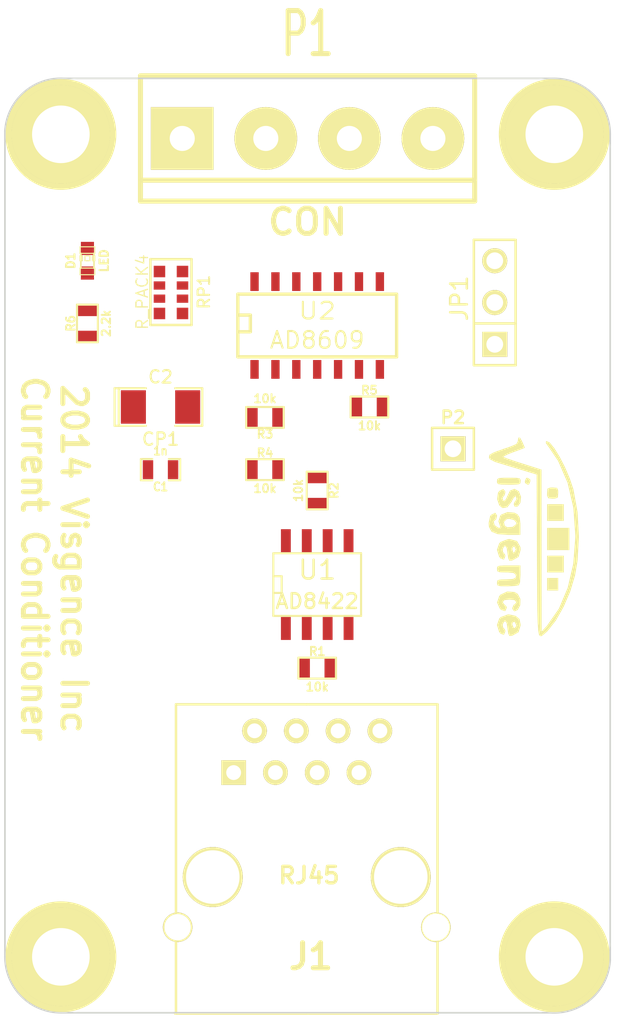
<source format=kicad_pcb>
(kicad_pcb (version 3) (host pcbnew "(2013-07-07 BZR 4022)-stable")

  (general
    (links 36)
    (no_connects 36)
    (area 38.749999 33.949999 75.650001 90.850001)
    (thickness 1.6)
    (drawings 10)
    (tracks 0)
    (zones 0)
    (modules 21)
    (nets 17)
  )

  (page A4)
  (layers
    (15 F.Cu signal)
    (0 B.Cu signal)
    (16 B.Adhes user)
    (17 F.Adhes user)
    (18 B.Paste user)
    (19 F.Paste user)
    (20 B.SilkS user)
    (21 F.SilkS user)
    (22 B.Mask user)
    (23 F.Mask user)
    (24 Dwgs.User user)
    (25 Cmts.User user)
    (26 Eco1.User user)
    (27 Eco2.User user)
    (28 Edge.Cuts user)
  )

  (setup
    (last_trace_width 0.508)
    (trace_clearance 0.254)
    (zone_clearance 0.762)
    (zone_45_only no)
    (trace_min 0.254)
    (segment_width 0.2)
    (edge_width 0.1)
    (via_size 0.889)
    (via_drill 0.635)
    (via_min_size 0.889)
    (via_min_drill 0.508)
    (uvia_size 0.508)
    (uvia_drill 0.127)
    (uvias_allowed no)
    (uvia_min_size 0.508)
    (uvia_min_drill 0.127)
    (pcb_text_width 0.3)
    (pcb_text_size 1.5 1.5)
    (mod_edge_width 0.15)
    (mod_text_size 1 1)
    (mod_text_width 0.15)
    (pad_size 6 6)
    (pad_drill 3.5)
    (pad_to_mask_clearance 0)
    (aux_axis_origin 0 0)
    (visible_elements 7FFFFB7F)
    (pcbplotparams
      (layerselection 283148289)
      (usegerberextensions true)
      (excludeedgelayer false)
      (linewidth 0.150000)
      (plotframeref false)
      (viasonmask false)
      (mode 1)
      (useauxorigin false)
      (hpglpennumber 1)
      (hpglpenspeed 20)
      (hpglpendiameter 15)
      (hpglpenoverlay 2)
      (psnegative false)
      (psa4output false)
      (plotreference true)
      (plotvalue true)
      (plotothertext true)
      (plotinvisibletext false)
      (padsonsilk false)
      (subtractmaskfromsilk true)
      (outputformat 1)
      (mirror false)
      (drillshape 0)
      (scaleselection 1)
      (outputdirectory gerber))
  )

  (net 0 "")
  (net 1 +5V)
  (net 2 AREF)
  (net 3 GND)
  (net 4 N-000001)
  (net 5 N-000002)
  (net 6 N-000009)
  (net 7 N-000014)
  (net 8 N-000015)
  (net 9 N-000017)
  (net 10 N-000023)
  (net 11 N-000024)
  (net 12 N-000025)
  (net 13 N-000026)
  (net 14 N-000027)
  (net 15 out)
  (net 16 vgnd)

  (net_class Default "This is the default net class."
    (clearance 0.254)
    (trace_width 0.508)
    (via_dia 0.889)
    (via_drill 0.635)
    (uvia_dia 0.508)
    (uvia_drill 0.127)
    (add_net "")
    (add_net +5V)
    (add_net AREF)
    (add_net GND)
    (add_net N-000001)
    (add_net N-000002)
    (add_net N-000009)
    (add_net N-000014)
    (add_net N-000015)
    (add_net N-000017)
    (add_net N-000023)
    (add_net N-000024)
    (add_net N-000025)
    (add_net N-000026)
    (add_net N-000027)
    (add_net out)
    (add_net vgnd)
  )

  (module visgence_parts:1pin_C (layer F.Cu) (tedit 531FEC64) (tstamp 53794E7F)
    (at 72.2 37.4)
    (descr "module 1 pin (ou trou mecanique de percage)")
    (tags DEV)
    (path 1pin)
    (fp_text reference h2 (at 0 -3.048) (layer F.SilkS) hide
      (effects (font (size 1.016 1.016) (thickness 0.254)))
    )
    (fp_text value pin (at 0 2.794) (layer F.SilkS) hide
      (effects (font (size 1.016 1.016) (thickness 0.254)))
    )
    (fp_circle (center 0 0) (end 3.175 0.2286) (layer F.SilkS) (width 0.381))
    (pad 1 thru_hole circle (at 0 0) (size 6 6) (drill 3.5)
      (layers *.Cu *.Mask F.SilkS)
    )
  )

  (module visgence_parts:1pin_C (layer F.Cu) (tedit 531FEC5B) (tstamp 53794E6A)
    (at 42.2 37.4)
    (descr "module 1 pin (ou trou mecanique de percage)")
    (tags DEV)
    (path 1pin)
    (fp_text reference h1 (at 0 -3.048) (layer F.SilkS) hide
      (effects (font (size 1.016 1.016) (thickness 0.254)))
    )
    (fp_text value pin (at 0 2.794) (layer F.SilkS) hide
      (effects (font (size 1.016 1.016) (thickness 0.254)))
    )
    (fp_circle (center 0 0) (end 3.175 0.2286) (layer F.SilkS) (width 0.381))
    (pad 1 thru_hole circle (at 0 0) (size 6 6) (drill 3.5)
      (layers *.Cu *.Mask F.SilkS)
    )
  )

  (module visgence_parts:1pin_C (layer F.Cu) (tedit 531FEC78) (tstamp 53794E71)
    (at 72.2 87.4)
    (descr "module 1 pin (ou trou mecanique de percage)")
    (tags DEV)
    (path 1pin)
    (fp_text reference h4 (at 0 -3.048) (layer F.SilkS) hide
      (effects (font (size 1.016 1.016) (thickness 0.254)))
    )
    (fp_text value pin (at 0 2.794) (layer F.SilkS) hide
      (effects (font (size 1.016 1.016) (thickness 0.254)))
    )
    (fp_circle (center 0 0) (end 3.175 0.2286) (layer F.SilkS) (width 0.381))
    (pad 1 thru_hole circle (at 0 0) (size 6 6) (drill 3.5)
      (layers *.Cu *.Mask F.SilkS)
    )
  )

  (module visgence_parts:1pin_C (layer F.Cu) (tedit 531FEC6C) (tstamp 53794E78)
    (at 42.2 87.4)
    (descr "module 1 pin (ou trou mecanique de percage)")
    (tags DEV)
    (path 1pin)
    (fp_text reference h3 (at 0 -3.048) (layer F.SilkS) hide
      (effects (font (size 1.016 1.016) (thickness 0.254)))
    )
    (fp_text value pin (at 0 2.794) (layer F.SilkS) hide
      (effects (font (size 1.016 1.016) (thickness 0.254)))
    )
    (fp_circle (center 0 0) (end 3.175 0.2286) (layer F.SilkS) (width 0.381))
    (pad 1 thru_hole circle (at 0 0) (size 6 6) (drill 3.5)
      (layers *.Cu *.Mask F.SilkS)
    )
  )

  (module visgence_parts:LOGO (layer F.Cu) (tedit 516D6A74) (tstamp 53794EAC)
    (at 71 62 270)
    (fp_text reference G*** (at 0 3.63982 270) (layer F.SilkS) hide
      (effects (font (size 1.524 1.524) (thickness 0.3048)))
    )
    (fp_text value LOGO (at 0 -3.63982 270) (layer F.SilkS) hide
      (effects (font (size 1.524 1.524) (thickness 0.3048)))
    )
    (fp_poly (pts (xy -4.96824 2.77622) (xy -4.8514 2.72288) (xy -4.6863 2.41046) (xy -4.59486 2.11328)
      (xy -3.91668 -0.127) (xy 1.0033 -0.14732) (xy 2.46126 -0.15494) (xy 3.60934 -0.16002)
      (xy 4.4831 -0.17272) (xy 5.1181 -0.1905) (xy 5.54482 -0.22098) (xy 5.79628 -0.26416)
      (xy 5.9055 -0.32766) (xy 5.9055 -0.41402) (xy 5.8293 -0.52578) (xy 5.70738 -0.66802)
      (xy 5.59054 -0.79502) (xy 4.9657 -1.28778) (xy 4.13004 -1.76276) (xy 3.18262 -2.1717)
      (xy 2.21488 -2.46126) (xy 1.31826 -2.61366) (xy -0.1397 -2.69494) (xy -1.63068 -2.61366)
      (xy -2.99212 -2.36728) (xy -3.04038 -2.35458) (xy -3.69316 -2.13614) (xy -4.37134 -1.84658)
      (xy -5.0038 -1.52146) (xy -5.5245 -1.19888) (xy -5.86486 -0.91948) (xy -5.9563 -0.71882)
      (xy -5.94614 -0.6985) (xy -5.83184 -0.6858) (xy -5.55752 -0.88138) (xy -4.74726 -1.43002)
      (xy -3.42392 -2.00406) (xy -1.89992 -2.35966) (xy -0.21082 -2.47904) (xy -0.10668 -2.47904)
      (xy 1.4986 -2.35458) (xy 2.96164 -2.01676) (xy 4.2291 -1.48336) (xy 5.25272 -0.76962)
      (xy 5.62864 -0.42926) (xy -4.22148 -0.42164) (xy -4.58216 0.72136) (xy -4.76504 1.28524)
      (xy -4.90982 1.7018) (xy -4.98856 1.88468) (xy -5.01396 1.87706) (xy -5.12826 1.66878)
      (xy -5.28574 1.27) (xy -5.3467 1.09474) (xy -5.48132 0.73406) (xy -5.54482 0.59182)
      (xy -5.6388 0.62738) (xy -5.92328 0.75184) (xy -6.16204 0.88138) (xy -6.16712 0.98044)
      (xy -5.91312 1.0287) (xy -5.77596 1.10744) (xy -5.6261 1.45542) (xy -5.4991 1.82626)
      (xy -5.31368 2.35204) (xy -5.26034 2.4892) (xy -5.12318 2.73558) (xy -4.96824 2.77622)) (layer F.SilkS) (width 0.00254))
    (fp_poly (pts (xy -0.9652 2.794) (xy -0.7366 2.77368) (xy -0.4445 2.6162) (xy -0.29464 2.24536)
      (xy -0.25146 1.60528) (xy -0.25146 0.8636) (xy -0.79502 0.86106) (xy -0.9652 0.8636)
      (xy -1.30302 0.90424) (xy -1.49352 1.0287) (xy -1.6002 1.22174) (xy -1.63576 1.65354)
      (xy -1.4859 2.02438) (xy -1.41478 2.08788) (xy -1.07696 2.1971) (xy -1.0414 2.1844)
      (xy -1.0414 1.85928) (xy -1.21158 1.68402) (xy -1.22682 1.5367) (xy -1.14808 1.23952)
      (xy -0.9779 1.09982) (xy -0.89916 1.12014) (xy -0.73406 1.34112) (xy -0.71374 1.65862)
      (xy -0.8128 1.81356) (xy -1.0414 1.85928) (xy -1.0414 2.1844) (xy -0.77724 2.09804)
      (xy -0.72644 2.05486) (xy -0.67564 2.1336) (xy -0.68326 2.1971) (xy -0.8382 2.4257)
      (xy -1.05918 2.48412) (xy -1.06172 2.48158) (xy -1.18364 2.35966) (xy -1.19888 2.33426)
      (xy -1.39446 2.28346) (xy -1.43764 2.286) (xy -1.6002 2.39014) (xy -1.46812 2.63906)
      (xy -1.39446 2.70002) (xy -0.9652 2.794)) (layer F.SilkS) (width 0.00254))
    (fp_poly (pts (xy -3.51282 2.28346) (xy -3.43154 2.28092) (xy -3.3401 2.2225) (xy -3.30708 2.01676)
      (xy -3.29946 1.56464) (xy -3.302 1.29032) (xy -3.31978 0.98044) (xy -3.38074 0.8636)
      (xy -3.51282 0.84582) (xy -3.5941 0.84836) (xy -3.68554 0.90678) (xy -3.71856 1.11506)
      (xy -3.72364 1.56464) (xy -3.72364 1.83896) (xy -3.70586 2.14884) (xy -3.6449 2.26568)
      (xy -3.51282 2.28346)) (layer F.SilkS) (width 0.00254))
    (fp_poly (pts (xy -2.42316 2.27584) (xy -2.0447 2.14884) (xy -1.8796 1.95072) (xy -1.92532 1.65862)
      (xy -2.26314 1.397) (xy -2.47142 1.29032) (xy -2.6162 1.15062) (xy -2.45364 1.09982)
      (xy -2.41554 1.10236) (xy -2.28346 1.18364) (xy -2.28092 1.20396) (xy -2.11582 1.26746)
      (xy -1.95326 1.19888) (xy -1.9812 1.01854) (xy -2.20726 0.85598) (xy -2.5654 0.82296)
      (xy -2.90322 0.95504) (xy -3.04546 1.21158) (xy -3.04546 1.2446) (xy -2.93878 1.49352)
      (xy -2.58572 1.6637) (xy -2.41046 1.74498) (xy -2.30378 1.8796) (xy -2.44602 1.94564)
      (xy -2.49174 1.9431) (xy -2.62382 1.86182) (xy -2.63906 1.83134) (xy -2.83464 1.77546)
      (xy -2.89306 1.78054) (xy -3.04292 1.90754) (xy -2.91338 2.15138) (xy -2.80416 2.22504)
      (xy -2.42316 2.27584)) (layer F.SilkS) (width 0.00254))
    (fp_poly (pts (xy 0.65532 2.286) (xy 1.0795 2.15392) (xy 1.18364 2.06502) (xy 1.2573 1.86436)
      (xy 1.05664 1.77546) (xy 0.98044 1.78308) (xy 0.84582 1.86182) (xy 0.81788 1.91008)
      (xy 0.63246 1.94056) (xy 0.45974 1.85674) (xy 0.4318 1.76784) (xy 0.54864 1.69164)
      (xy 0.635 1.67894) (xy 0.635 1.35382) (xy 0.5461 1.3462) (xy 0.4445 1.24714)
      (xy 0.44958 1.23444) (xy 0.635 1.14046) (xy 0.65532 1.143) (xy 0.8255 1.24714)
      (xy 0.8255 1.29032) (xy 0.635 1.35382) (xy 0.635 1.67894) (xy 0.92456 1.63576)
      (xy 1.17856 1.6002) (xy 1.32334 1.52654) (xy 1.31064 1.36144) (xy 1.31064 1.36144)
      (xy 1.08712 0.97028) (xy 0.66294 0.84582) (xy 0.49022 0.85852) (xy 0.12446 1.0668)
      (xy 0 1.5113) (xy 0.00508 1.61544) (xy 0.17526 2.06248) (xy 0.26162 2.14884)
      (xy 0.65532 2.286)) (layer F.SilkS) (width 0.00254))
    (fp_poly (pts (xy 2.667 2.28346) (xy 2.7051 2.28346) (xy 2.82448 2.2479) (xy 2.8702 2.07772)
      (xy 2.87528 1.67132) (xy 2.87528 1.59258) (xy 2.85242 1.17602) (xy 2.80924 0.95504)
      (xy 2.63398 0.88392) (xy 2.17678 0.85598) (xy 1.60782 0.86106) (xy 1.60782 1.57226)
      (xy 1.60782 1.83642) (xy 1.6256 2.14884) (xy 1.68656 2.26568) (xy 1.81864 2.28346)
      (xy 1.96342 2.2606) (xy 2.02184 2.11582) (xy 2.032 1.74244) (xy 2.032 1.62052)
      (xy 2.06502 1.27762) (xy 2.16662 1.15062) (xy 2.32664 1.1303) (xy 2.42824 1.30048)
      (xy 2.45364 1.7399) (xy 2.4638 2.11328) (xy 2.51968 2.2606) (xy 2.667 2.28346)) (layer F.SilkS) (width 0.00254))
    (fp_poly (pts (xy 3.86334 2.28092) (xy 4.23164 2.11582) (xy 4.31546 2.0193) (xy 4.38912 1.78562)
      (xy 4.191 1.69164) (xy 4.11988 1.69672) (xy 3.97764 1.82626) (xy 3.9751 1.84912)
      (xy 3.83032 1.9304) (xy 3.71602 1.83642) (xy 3.683 1.52146) (xy 3.7084 1.22682)
      (xy 3.83032 1.11506) (xy 3.85826 1.11252) (xy 3.97764 1.2192) (xy 3.98526 1.26238)
      (xy 4.191 1.35382) (xy 4.25958 1.34874) (xy 4.40182 1.2319) (xy 4.31546 1.02616)
      (xy 4.02082 0.86868) (xy 3.64744 0.85852) (xy 3.33756 1.02108) (xy 3.22326 1.21666)
      (xy 3.19024 1.6637) (xy 3.38074 2.06756) (xy 3.46964 2.14884) (xy 3.86334 2.28092)) (layer F.SilkS) (width 0.00254))
    (fp_poly (pts (xy 5.22732 2.286) (xy 5.6515 2.15392) (xy 5.75564 2.06502) (xy 5.8293 1.86436)
      (xy 5.62864 1.77546) (xy 5.55244 1.78308) (xy 5.41782 1.86182) (xy 5.38988 1.91008)
      (xy 5.20446 1.94056) (xy 5.03174 1.85674) (xy 5.0038 1.76784) (xy 5.12064 1.69164)
      (xy 5.19938 1.68148) (xy 5.19938 1.35382) (xy 5.07238 1.33096) (xy 5.0292 1.21666)
      (xy 5.2324 1.11506) (xy 5.28828 1.10998) (xy 5.41782 1.2192) (xy 5.4102 1.26492)
      (xy 5.19938 1.35382) (xy 5.19938 1.68148) (xy 5.49656 1.63576) (xy 5.75056 1.6002)
      (xy 5.89534 1.52654) (xy 5.88264 1.36144) (xy 5.66928 0.9779) (xy 5.25526 0.84582)
      (xy 5.1943 0.84836) (xy 4.8641 0.9144) (xy 4.66852 1.15824) (xy 4.57708 1.6002)
      (xy 4.74726 2.06248) (xy 4.83362 2.14884) (xy 5.22732 2.286)) (layer F.SilkS) (width 0.00254))
    (fp_poly (pts (xy -3.51282 0.59182) (xy -3.4036 0.57912) (xy -3.29946 0.42164) (xy -3.3147 0.33528)
      (xy -3.51282 0.25146) (xy -3.6195 0.26416) (xy -3.72364 0.42164) (xy -3.71094 0.508)
      (xy -3.51282 0.59182)) (layer F.SilkS) (width 0.00254))
    (fp_poly (pts (xy -2.79146 -0.762) (xy -2.63906 -0.762) (xy -2.4765 -0.83058) (xy -2.45364 -1.09982)
      (xy -2.45618 -1.25476) (xy -2.52476 -1.41478) (xy -2.79146 -1.43764) (xy -2.9464 -1.4351)
      (xy -3.10896 -1.36906) (xy -3.13182 -1.09982) (xy -3.12928 -0.94488) (xy -3.0607 -0.78486)
      (xy -2.79146 -0.762)) (layer F.SilkS) (width 0.00254))
    (fp_poly (pts (xy -1.09982 -0.762) (xy -1.09982 -1.778) (xy -2.11582 -1.778) (xy -2.11582 -0.762)
      (xy -1.09982 -0.762)) (layer F.SilkS) (width 0.00254))
    (fp_poly (pts (xy 0.67564 -0.762) (xy 0.67564 -2.11582) (xy -0.67564 -2.11582) (xy -0.67564 -0.762)
      (xy 0.67564 -0.762)) (layer F.SilkS) (width 0.00254))
    (fp_poly (pts (xy 2.032 -0.762) (xy 2.032 -1.778) (xy 1.016 -1.778) (xy 1.016 -0.762)
      (xy 2.032 -0.762)) (layer F.SilkS) (width 0.00254))
    (fp_poly (pts (xy 3.13182 -0.762) (xy 3.13182 -1.43764) (xy 2.36982 -1.43764) (xy 2.36982 -0.762)
      (xy 3.13182 -0.762)) (layer F.SilkS) (width 0.00254))
  )

  (module SO8E (layer F.Cu) (tedit 4F33A5C7) (tstamp 53794E63)
    (at 57.785 64.77)
    (descr "module CMS SOJ 8 pins etroit")
    (tags "CMS SOJ")
    (path /53791D0E)
    (attr smd)
    (fp_text reference U1 (at 0 -0.889) (layer F.SilkS)
      (effects (font (size 1.143 1.143) (thickness 0.1524)))
    )
    (fp_text value AD8422 (at 0 1.016) (layer F.SilkS)
      (effects (font (size 0.889 0.889) (thickness 0.1524)))
    )
    (fp_line (start -2.667 1.778) (end -2.667 1.905) (layer F.SilkS) (width 0.127))
    (fp_line (start -2.667 1.905) (end 2.667 1.905) (layer F.SilkS) (width 0.127))
    (fp_line (start 2.667 -1.905) (end -2.667 -1.905) (layer F.SilkS) (width 0.127))
    (fp_line (start -2.667 -1.905) (end -2.667 1.778) (layer F.SilkS) (width 0.127))
    (fp_line (start -2.667 -0.508) (end -2.159 -0.508) (layer F.SilkS) (width 0.127))
    (fp_line (start -2.159 -0.508) (end -2.159 0.508) (layer F.SilkS) (width 0.127))
    (fp_line (start -2.159 0.508) (end -2.667 0.508) (layer F.SilkS) (width 0.127))
    (fp_line (start 2.667 -1.905) (end 2.667 1.905) (layer F.SilkS) (width 0.127))
    (pad 8 smd rect (at -1.905 -2.667) (size 0.59944 1.39954)
      (layers F.Cu F.Paste F.Mask)
      (net 1 +5V)
    )
    (pad 1 smd rect (at -1.905 2.667) (size 0.59944 1.39954)
      (layers F.Cu F.Paste F.Mask)
      (net 5 N-000002)
    )
    (pad 7 smd rect (at -0.635 -2.667) (size 0.59944 1.39954)
      (layers F.Cu F.Paste F.Mask)
      (net 11 N-000024)
    )
    (pad 6 smd rect (at 0.635 -2.667) (size 0.59944 1.39954)
      (layers F.Cu F.Paste F.Mask)
      (net 16 vgnd)
    )
    (pad 5 smd rect (at 1.905 -2.667) (size 0.59944 1.39954)
      (layers F.Cu F.Paste F.Mask)
      (net 3 GND)
    )
    (pad 2 smd rect (at -0.635 2.667) (size 0.59944 1.39954)
      (layers F.Cu F.Paste F.Mask)
      (net 6 N-000009)
    )
    (pad 3 smd rect (at 0.635 2.667) (size 0.59944 1.39954)
      (layers F.Cu F.Paste F.Mask)
      (net 4 N-000001)
    )
    (pad 4 smd rect (at 1.905 2.667) (size 0.59944 1.39954)
      (layers F.Cu F.Paste F.Mask)
      (net 9 N-000017)
    )
    (model smd/cms_so8.wrl
      (at (xyz 0 0 0))
      (scale (xyz 0.5 0.32 0.5))
      (rotate (xyz 0 0 0))
    )
  )

  (module SO14E (layer F.Cu) (tedit 42806FBF) (tstamp 53794E99)
    (at 57.785 48.895)
    (descr "module CMS SOJ 14 pins etroit")
    (tags "CMS SOJ")
    (path /53791DA7)
    (attr smd)
    (fp_text reference U2 (at 0 -0.762) (layer F.SilkS)
      (effects (font (size 1.016 1.143) (thickness 0.127)))
    )
    (fp_text value AD8609 (at 0 1.016) (layer F.SilkS)
      (effects (font (size 1.016 1.016) (thickness 0.127)))
    )
    (fp_line (start -4.826 -1.778) (end 4.826 -1.778) (layer F.SilkS) (width 0.2032))
    (fp_line (start 4.826 -1.778) (end 4.826 2.032) (layer F.SilkS) (width 0.2032))
    (fp_line (start 4.826 2.032) (end -4.826 2.032) (layer F.SilkS) (width 0.2032))
    (fp_line (start -4.826 2.032) (end -4.826 -1.778) (layer F.SilkS) (width 0.2032))
    (fp_line (start -4.826 -0.508) (end -4.064 -0.508) (layer F.SilkS) (width 0.2032))
    (fp_line (start -4.064 -0.508) (end -4.064 0.508) (layer F.SilkS) (width 0.2032))
    (fp_line (start -4.064 0.508) (end -4.826 0.508) (layer F.SilkS) (width 0.2032))
    (pad 1 smd rect (at -3.81 2.794) (size 0.508 1.143)
      (layers F.Cu F.Paste F.Mask)
      (net 14 N-000027)
    )
    (pad 2 smd rect (at -2.54 2.794) (size 0.508 1.143)
      (layers F.Cu F.Paste F.Mask)
      (net 13 N-000026)
    )
    (pad 3 smd rect (at -1.27 2.794) (size 0.508 1.143)
      (layers F.Cu F.Paste F.Mask)
      (net 16 vgnd)
    )
    (pad 4 smd rect (at 0 2.794) (size 0.508 1.143)
      (layers F.Cu F.Paste F.Mask)
      (net 1 +5V)
    )
    (pad 5 smd rect (at 1.27 2.794) (size 0.508 1.143)
      (layers F.Cu F.Paste F.Mask)
      (net 16 vgnd)
    )
    (pad 6 smd rect (at 2.54 2.794) (size 0.508 1.143)
      (layers F.Cu F.Paste F.Mask)
      (net 12 N-000025)
    )
    (pad 7 smd rect (at 3.81 2.794) (size 0.508 1.143)
      (layers F.Cu F.Paste F.Mask)
      (net 15 out)
    )
    (pad 8 smd rect (at 3.81 -2.54) (size 0.508 1.143)
      (layers F.Cu F.Paste F.Mask)
      (net 16 vgnd)
    )
    (pad 9 smd rect (at 2.54 -2.54) (size 0.508 1.143)
      (layers F.Cu F.Paste F.Mask)
      (net 16 vgnd)
    )
    (pad 10 smd rect (at 1.27 -2.54) (size 0.508 1.143)
      (layers F.Cu F.Paste F.Mask)
      (net 7 N-000014)
    )
    (pad 11 smd rect (at 0 -2.54) (size 0.508 1.143)
      (layers F.Cu F.Paste F.Mask)
      (net 3 GND)
    )
    (pad 12 smd rect (at -1.27 -2.54) (size 0.508 1.143)
      (layers F.Cu F.Paste F.Mask)
    )
    (pad 13 smd rect (at -2.54 -2.54) (size 0.508 1.143)
      (layers F.Cu F.Paste F.Mask)
    )
    (pad 14 smd rect (at -3.81 -2.54) (size 0.508 1.143)
      (layers F.Cu F.Paste F.Mask)
    )
    (model smd/cms_so14.wrl
      (at (xyz 0 0 0))
      (scale (xyz 0.5 0.3 0.5))
      (rotate (xyz 0 0 0))
    )
  )

  (module SM1206POL_VIS (layer F.Cu) (tedit 52A1632F) (tstamp 53794E3A)
    (at 48.26 53.975)
    (path /53791DCB)
    (attr smd)
    (fp_text reference C2 (at 0 -1.8288) (layer F.SilkS)
      (effects (font (size 0.762 0.762) (thickness 0.127)))
    )
    (fp_text value CP1 (at 0 1.9558) (layer F.SilkS)
      (effects (font (size 0.762 0.762) (thickness 0.127)))
    )
    (fp_line (start -2.54 -1.143) (end -2.794 -1.143) (layer F.SilkS) (width 0.127))
    (fp_line (start -2.794 -1.143) (end -2.794 1.143) (layer F.SilkS) (width 0.127))
    (fp_line (start -2.794 1.143) (end -2.54 1.143) (layer F.SilkS) (width 0.127))
    (fp_line (start -2.54 -1.143) (end -2.54 1.143) (layer F.SilkS) (width 0.127))
    (fp_line (start -2.54 1.143) (end -0.889 1.143) (layer F.SilkS) (width 0.127))
    (fp_line (start 0.889 -1.143) (end 2.54 -1.143) (layer F.SilkS) (width 0.127))
    (fp_line (start 2.54 -1.143) (end 2.54 1.143) (layer F.SilkS) (width 0.127))
    (fp_line (start 2.54 1.143) (end 0.889 1.143) (layer F.SilkS) (width 0.127))
    (fp_line (start -0.889 -1.143) (end -2.54 -1.143) (layer F.SilkS) (width 0.127))
    (pad 1 smd rect (at -1.651 0) (size 1.524 2.032)
      (layers F.Cu F.Paste F.Mask)
      (net 1 +5V)
    )
    (pad 2 smd rect (at 1.651 0) (size 1.524 2.032)
      (layers F.Cu F.Paste F.Mask)
      (net 3 GND)
    )
    (model smd/chip_cms_pol.wrl
      (at (xyz 0 0 0))
      (scale (xyz 0.17 0.16 0.16))
      (rotate (xyz 0 0 0))
    )
  )

  (module SM0603_VIS (layer F.Cu) (tedit 52A161E2) (tstamp 53794E0C)
    (at 60.96 53.975)
    (path /53791D2C)
    (attr smd)
    (fp_text reference R5 (at 0 -1.016) (layer F.SilkS)
      (effects (font (size 0.508 0.508) (thickness 0.1143)))
    )
    (fp_text value 10k (at 0 1.143) (layer F.SilkS)
      (effects (font (size 0.508 0.508) (thickness 0.1143)))
    )
    (fp_line (start -1.143 -0.635) (end 1.143 -0.635) (layer F.SilkS) (width 0.127))
    (fp_line (start 1.143 -0.635) (end 1.143 0.635) (layer F.SilkS) (width 0.127))
    (fp_line (start 1.143 0.635) (end -1.143 0.635) (layer F.SilkS) (width 0.127))
    (fp_line (start -1.143 0.635) (end -1.143 -0.635) (layer F.SilkS) (width 0.127))
    (pad 1 smd rect (at -0.762 0) (size 0.635 1.143)
      (layers F.Cu F.Paste F.Mask)
      (net 12 N-000025)
    )
    (pad 2 smd rect (at 0.762 0) (size 0.635 1.143)
      (layers F.Cu F.Paste F.Mask)
      (net 15 out)
    )
    (model smd\resistors\R0603.wrl
      (at (xyz 0 0 0.001))
      (scale (xyz 0.5 0.5 0.5))
      (rotate (xyz 0 0 0))
    )
  )

  (module SM0603_VIS (layer F.Cu) (tedit 52A161E2) (tstamp 53794E01)
    (at 54.61 57.785)
    (path /53791D32)
    (attr smd)
    (fp_text reference R4 (at 0 -1.016) (layer F.SilkS)
      (effects (font (size 0.508 0.508) (thickness 0.1143)))
    )
    (fp_text value 10k (at 0 1.143) (layer F.SilkS)
      (effects (font (size 0.508 0.508) (thickness 0.1143)))
    )
    (fp_line (start -1.143 -0.635) (end 1.143 -0.635) (layer F.SilkS) (width 0.127))
    (fp_line (start 1.143 -0.635) (end 1.143 0.635) (layer F.SilkS) (width 0.127))
    (fp_line (start 1.143 0.635) (end -1.143 0.635) (layer F.SilkS) (width 0.127))
    (fp_line (start -1.143 0.635) (end -1.143 -0.635) (layer F.SilkS) (width 0.127))
    (pad 1 smd rect (at -0.762 0) (size 0.635 1.143)
      (layers F.Cu F.Paste F.Mask)
      (net 14 N-000027)
    )
    (pad 2 smd rect (at 0.762 0) (size 0.635 1.143)
      (layers F.Cu F.Paste F.Mask)
      (net 12 N-000025)
    )
    (model smd\resistors\R0603.wrl
      (at (xyz 0 0 0.001))
      (scale (xyz 0.5 0.5 0.5))
      (rotate (xyz 0 0 0))
    )
  )

  (module SM0603_VIS (layer F.Cu) (tedit 52A161E2) (tstamp 53794DF6)
    (at 54.61 54.61 180)
    (path /53791D38)
    (attr smd)
    (fp_text reference R3 (at 0 -1.016 180) (layer F.SilkS)
      (effects (font (size 0.508 0.508) (thickness 0.1143)))
    )
    (fp_text value 10k (at 0 1.143 180) (layer F.SilkS)
      (effects (font (size 0.508 0.508) (thickness 0.1143)))
    )
    (fp_line (start -1.143 -0.635) (end 1.143 -0.635) (layer F.SilkS) (width 0.127))
    (fp_line (start 1.143 -0.635) (end 1.143 0.635) (layer F.SilkS) (width 0.127))
    (fp_line (start 1.143 0.635) (end -1.143 0.635) (layer F.SilkS) (width 0.127))
    (fp_line (start -1.143 0.635) (end -1.143 -0.635) (layer F.SilkS) (width 0.127))
    (pad 1 smd rect (at -0.762 0 180) (size 0.635 1.143)
      (layers F.Cu F.Paste F.Mask)
      (net 13 N-000026)
    )
    (pad 2 smd rect (at 0.762 0 180) (size 0.635 1.143)
      (layers F.Cu F.Paste F.Mask)
      (net 14 N-000027)
    )
    (model smd\resistors\R0603.wrl
      (at (xyz 0 0 0.001))
      (scale (xyz 0.5 0.5 0.5))
      (rotate (xyz 0 0 0))
    )
  )

  (module SM0603_VIS (layer F.Cu) (tedit 52A161E2) (tstamp 53794DEB)
    (at 57.785 59.055 270)
    (path /53791D44)
    (attr smd)
    (fp_text reference R2 (at 0 -1.016 270) (layer F.SilkS)
      (effects (font (size 0.508 0.508) (thickness 0.1143)))
    )
    (fp_text value 10k (at 0 1.143 270) (layer F.SilkS)
      (effects (font (size 0.508 0.508) (thickness 0.1143)))
    )
    (fp_line (start -1.143 -0.635) (end 1.143 -0.635) (layer F.SilkS) (width 0.127))
    (fp_line (start 1.143 -0.635) (end 1.143 0.635) (layer F.SilkS) (width 0.127))
    (fp_line (start 1.143 0.635) (end -1.143 0.635) (layer F.SilkS) (width 0.127))
    (fp_line (start -1.143 0.635) (end -1.143 -0.635) (layer F.SilkS) (width 0.127))
    (pad 1 smd rect (at -0.762 0 270) (size 0.635 1.143)
      (layers F.Cu F.Paste F.Mask)
      (net 13 N-000026)
    )
    (pad 2 smd rect (at 0.762 0 270) (size 0.635 1.143)
      (layers F.Cu F.Paste F.Mask)
      (net 11 N-000024)
    )
    (model smd\resistors\R0603.wrl
      (at (xyz 0 0 0.001))
      (scale (xyz 0.5 0.5 0.5))
      (rotate (xyz 0 0 0))
    )
  )

  (module SM0603_VIS (layer F.Cu) (tedit 52A161E2) (tstamp 53794DE0)
    (at 43.815 48.895 90)
    (path /53791DD5)
    (attr smd)
    (fp_text reference R6 (at 0 -1.016 90) (layer F.SilkS)
      (effects (font (size 0.508 0.508) (thickness 0.1143)))
    )
    (fp_text value 2.2k (at 0 1.143 90) (layer F.SilkS)
      (effects (font (size 0.508 0.508) (thickness 0.1143)))
    )
    (fp_line (start -1.143 -0.635) (end 1.143 -0.635) (layer F.SilkS) (width 0.127))
    (fp_line (start 1.143 -0.635) (end 1.143 0.635) (layer F.SilkS) (width 0.127))
    (fp_line (start 1.143 0.635) (end -1.143 0.635) (layer F.SilkS) (width 0.127))
    (fp_line (start -1.143 0.635) (end -1.143 -0.635) (layer F.SilkS) (width 0.127))
    (pad 1 smd rect (at -0.762 0 90) (size 0.635 1.143)
      (layers F.Cu F.Paste F.Mask)
      (net 1 +5V)
    )
    (pad 2 smd rect (at 0.762 0 90) (size 0.635 1.143)
      (layers F.Cu F.Paste F.Mask)
      (net 8 N-000015)
    )
    (model smd\resistors\R0603.wrl
      (at (xyz 0 0 0.001))
      (scale (xyz 0.5 0.5 0.5))
      (rotate (xyz 0 0 0))
    )
  )

  (module SM0603_VIS (layer F.Cu) (tedit 52A161E2) (tstamp 53794DD5)
    (at 57.785 69.85)
    (path /53791F5A)
    (attr smd)
    (fp_text reference R1 (at 0 -1.016) (layer F.SilkS)
      (effects (font (size 0.508 0.508) (thickness 0.1143)))
    )
    (fp_text value 10k (at 0 1.143) (layer F.SilkS)
      (effects (font (size 0.508 0.508) (thickness 0.1143)))
    )
    (fp_line (start -1.143 -0.635) (end 1.143 -0.635) (layer F.SilkS) (width 0.127))
    (fp_line (start 1.143 -0.635) (end 1.143 0.635) (layer F.SilkS) (width 0.127))
    (fp_line (start 1.143 0.635) (end -1.143 0.635) (layer F.SilkS) (width 0.127))
    (fp_line (start -1.143 0.635) (end -1.143 -0.635) (layer F.SilkS) (width 0.127))
    (pad 1 smd rect (at -0.762 0) (size 0.635 1.143)
      (layers F.Cu F.Paste F.Mask)
      (net 6 N-000009)
    )
    (pad 2 smd rect (at 0.762 0) (size 0.635 1.143)
      (layers F.Cu F.Paste F.Mask)
      (net 4 N-000001)
    )
    (model smd\resistors\R0603.wrl
      (at (xyz 0 0 0.001))
      (scale (xyz 0.5 0.5 0.5))
      (rotate (xyz 0 0 0))
    )
  )

  (module SM0603_Capa_VIS (layer F.Cu) (tedit 52A163D0) (tstamp 53794E19)
    (at 48.26 57.785 180)
    (path /53791DB9)
    (attr smd)
    (fp_text reference C1 (at 0 -1.0414 180) (layer F.SilkS)
      (effects (font (size 0.508 0.4572) (thickness 0.1143)))
    )
    (fp_text value 1n (at 0 1.143 180) (layer F.SilkS)
      (effects (font (size 0.508 0.4572) (thickness 0.1143)))
    )
    (fp_line (start 0.50038 0.65024) (end 1.19888 0.65024) (layer F.SilkS) (width 0.11938))
    (fp_line (start -0.50038 0.65024) (end -1.19888 0.65024) (layer F.SilkS) (width 0.11938))
    (fp_line (start 0.50038 -0.65024) (end 1.19888 -0.65024) (layer F.SilkS) (width 0.11938))
    (fp_line (start -1.19888 -0.65024) (end -0.50038 -0.65024) (layer F.SilkS) (width 0.11938))
    (fp_line (start 1.19888 -0.635) (end 1.19888 0.635) (layer F.SilkS) (width 0.11938))
    (fp_line (start -1.19888 0.635) (end -1.19888 -0.635) (layer F.SilkS) (width 0.11938))
    (pad 1 smd rect (at -0.762 0 180) (size 0.635 1.143)
      (layers F.Cu F.Paste F.Mask)
      (net 3 GND)
    )
    (pad 2 smd rect (at 0.762 0 180) (size 0.635 1.143)
      (layers F.Cu F.Paste F.Mask)
      (net 1 +5V)
    )
    (model smd\capacitors\C0603.wrl
      (at (xyz 0 0 0.001))
      (scale (xyz 0.5 0.5 0.5))
      (rotate (xyz 0 0 0))
    )
  )

  (module RJ45_8_ASSMAN (layer F.Cu) (tedit 51D78680) (tstamp 53794ED2)
    (at 57.15 82.55)
    (tags RJ45)
    (path /53791EBC)
    (fp_text reference J1 (at 0.254 4.826) (layer F.SilkS)
      (effects (font (size 1.524 1.524) (thickness 0.3048)))
    )
    (fp_text value RJ45 (at 0.14224 -0.1016) (layer F.SilkS)
      (effects (font (size 1.00076 1.00076) (thickness 0.2032)))
    )
    (fp_line (start -7.95 8.3) (end -7.95 -10.5) (layer F.SilkS) (width 0.15))
    (fp_line (start 7.95 8.3) (end 7.95 -10.5) (layer F.SilkS) (width 0.15))
    (fp_line (start 0 -10.5) (end -7.95 -10.5) (layer F.SilkS) (width 0.15))
    (fp_line (start 0 -10.5) (end 7.95 -10.5) (layer F.SilkS) (width 0.15))
    (fp_line (start 0 8.3) (end -7.95 8.3) (layer F.SilkS) (width 0.15))
    (fp_line (start -8 8.3) (end -7.9 8.3) (layer F.SilkS) (width 0.15))
    (fp_line (start 0 8.3) (end 7.95 8.3) (layer F.SilkS) (width 0.15))
    (pad "" thru_hole circle (at 5.715 0) (size 3.64998 3.64998) (drill 3.251199)
      (layers *.Cu *.Mask F.SilkS)
    )
    (pad "" thru_hole circle (at -5.715 0) (size 3.64998 3.64998) (drill 3.251199)
      (layers *.Cu *.Mask F.SilkS)
    )
    (pad 1 thru_hole rect (at -4.445 -6.35) (size 1.50114 1.50114) (drill 0.899159)
      (layers *.Cu *.Mask F.SilkS)
    )
    (pad 2 thru_hole circle (at -3.175 -8.89) (size 1.50114 1.50114) (drill 0.899159)
      (layers *.Cu *.Mask F.SilkS)
    )
    (pad 3 thru_hole circle (at -1.905 -6.35) (size 1.50114 1.50114) (drill 0.899159)
      (layers *.Cu *.Mask F.SilkS)
      (net 9 N-000017)
    )
    (pad 4 thru_hole circle (at -0.635 -8.89) (size 1.50114 1.50114) (drill 0.899159)
      (layers *.Cu *.Mask F.SilkS)
    )
    (pad 5 thru_hole circle (at 0.635 -6.35) (size 1.50114 1.50114) (drill 0.899159)
      (layers *.Cu *.Mask F.SilkS)
    )
    (pad 6 thru_hole circle (at 1.905 -8.89) (size 1.50114 1.50114) (drill 0.899159)
      (layers *.Cu *.Mask F.SilkS)
      (net 5 N-000002)
    )
    (pad 7 thru_hole circle (at 3.175 -6.35) (size 1.50114 1.50114) (drill 0.899159)
      (layers *.Cu *.Mask F.SilkS)
      (net 16 vgnd)
    )
    (pad 8 thru_hole circle (at 4.445 -8.89) (size 1.50114 1.50114) (drill 0.899159)
      (layers *.Cu *.Mask F.SilkS)
    )
    (pad "" thru_hole circle (at 7.85 3.05) (size 1.8 1.8) (drill 1.65)
      (layers *.Cu *.Mask F.SilkS)
    )
    (pad "" thru_hole circle (at -7.85 3.05) (size 1.8 1.8) (drill 1.6)
      (layers *.Cu *.Mask F.SilkS)
    )
    (model connectors/RJ45_8.wrl
      (at (xyz 0 0 0))
      (scale (xyz 0.4 0.4 0.4))
      (rotate (xyz 0 0 0))
    )
  )

  (module RESARRAY-0612 (layer F.Cu) (tedit 52CA3D37) (tstamp 53794E2A)
    (at 48.895 46.99 90)
    (path /53792114)
    (fp_text reference RP1 (at 0 2 90) (layer F.SilkS)
      (effects (font (size 0.7 0.7) (thickness 0.125)))
    )
    (fp_text value R_PACK4 (at 0 -1.75 90) (layer F.SilkS)
      (effects (font (size 0.7 0.7) (thickness 0.08)))
    )
    (fp_line (start -2 -1.25) (end 2 -1.25) (layer F.SilkS) (width 0.15))
    (fp_line (start 2 -1.25) (end 2 1.25) (layer F.SilkS) (width 0.15))
    (fp_line (start 2 1.25) (end -2 1.25) (layer F.SilkS) (width 0.15))
    (fp_line (start -2 1.25) (end -2 -1.25) (layer F.SilkS) (width 0.15))
    (pad 1 smd rect (at -1.3 0.7 90) (size 0.7 0.7)
      (layers F.Cu F.Paste F.Mask)
      (net 10 N-000023)
    )
    (pad 2 smd rect (at -0.4 0.7 90) (size 0.5 0.7)
      (layers F.Cu F.Paste F.Mask)
      (net 3 GND)
    )
    (pad 3 smd rect (at 0.4 0.7 90) (size 0.5 0.7)
      (layers F.Cu F.Paste F.Mask)
    )
    (pad 4 smd rect (at 1.25 0.7 90) (size 0.7 0.7)
      (layers F.Cu F.Paste F.Mask)
    )
    (pad 5 smd rect (at 1.25 -0.7 90) (size 0.7 0.7)
      (layers F.Cu F.Paste F.Mask)
    )
    (pad 6 smd rect (at 0.4 -0.7 90) (size 0.5 0.7)
      (layers F.Cu F.Paste F.Mask)
    )
    (pad 7 smd rect (at -0.4 -0.7 90) (size 0.5 0.7)
      (layers F.Cu F.Paste F.Mask)
      (net 7 N-000014)
    )
    (pad 8 smd rect (at -1.3 -0.7 90) (size 0.7 0.7)
      (layers F.Cu F.Paste F.Mask)
      (net 7 N-000014)
    )
  )

  (module PIN_ARRAY_3X1 (layer F.Cu) (tedit 4C1130E0) (tstamp 53794E47)
    (at 68.58 47.625 90)
    (descr "Connecteur 3 pins")
    (tags "CONN DEV")
    (path /53792476)
    (fp_text reference JP1 (at 0.254 -2.159 90) (layer F.SilkS)
      (effects (font (size 1.016 1.016) (thickness 0.1524)))
    )
    (fp_text value JUMPER3 (at 0 -2.159 90) (layer F.SilkS) hide
      (effects (font (size 1.016 1.016) (thickness 0.1524)))
    )
    (fp_line (start -3.81 1.27) (end -3.81 -1.27) (layer F.SilkS) (width 0.1524))
    (fp_line (start -3.81 -1.27) (end 3.81 -1.27) (layer F.SilkS) (width 0.1524))
    (fp_line (start 3.81 -1.27) (end 3.81 1.27) (layer F.SilkS) (width 0.1524))
    (fp_line (start 3.81 1.27) (end -3.81 1.27) (layer F.SilkS) (width 0.1524))
    (fp_line (start -1.27 -1.27) (end -1.27 1.27) (layer F.SilkS) (width 0.1524))
    (pad 1 thru_hole rect (at -2.54 0 90) (size 1.524 1.524) (drill 1.016)
      (layers *.Cu *.Mask F.SilkS)
      (net 1 +5V)
    )
    (pad 2 thru_hole circle (at 0 0 90) (size 1.524 1.524) (drill 1.016)
      (layers *.Cu *.Mask F.SilkS)
      (net 10 N-000023)
    )
    (pad 3 thru_hole circle (at 2.54 0 90) (size 1.524 1.524) (drill 1.016)
      (layers *.Cu *.Mask F.SilkS)
      (net 2 AREF)
    )
    (model pin_array/pins_array_3x1.wrl
      (at (xyz 0 0 0))
      (scale (xyz 1 1 1))
      (rotate (xyz 0 0 0))
    )
  )

  (module LED-0603 (layer F.Cu) (tedit 4E16AFB4) (tstamp 53794DCA)
    (at 43.815 45.085 90)
    (descr "LED 0603 smd package")
    (tags "LED led 0603 SMD smd SMT smt smdled SMDLED smtled SMTLED")
    (path /53791DDC)
    (attr smd)
    (fp_text reference D1 (at 0 -1.016 90) (layer F.SilkS)
      (effects (font (size 0.508 0.508) (thickness 0.127)))
    )
    (fp_text value LED (at 0 1.016 90) (layer F.SilkS)
      (effects (font (size 0.508 0.508) (thickness 0.127)))
    )
    (fp_line (start 0.44958 -0.44958) (end 0.44958 0.44958) (layer F.SilkS) (width 0.06604))
    (fp_line (start 0.44958 0.44958) (end 0.84836 0.44958) (layer F.SilkS) (width 0.06604))
    (fp_line (start 0.84836 -0.44958) (end 0.84836 0.44958) (layer F.SilkS) (width 0.06604))
    (fp_line (start 0.44958 -0.44958) (end 0.84836 -0.44958) (layer F.SilkS) (width 0.06604))
    (fp_line (start -0.84836 -0.44958) (end -0.84836 0.44958) (layer F.SilkS) (width 0.06604))
    (fp_line (start -0.84836 0.44958) (end -0.44958 0.44958) (layer F.SilkS) (width 0.06604))
    (fp_line (start -0.44958 -0.44958) (end -0.44958 0.44958) (layer F.SilkS) (width 0.06604))
    (fp_line (start -0.84836 -0.44958) (end -0.44958 -0.44958) (layer F.SilkS) (width 0.06604))
    (fp_line (start 0 -0.44958) (end 0 -0.29972) (layer F.SilkS) (width 0.06604))
    (fp_line (start 0 -0.29972) (end 0.29972 -0.29972) (layer F.SilkS) (width 0.06604))
    (fp_line (start 0.29972 -0.44958) (end 0.29972 -0.29972) (layer F.SilkS) (width 0.06604))
    (fp_line (start 0 -0.44958) (end 0.29972 -0.44958) (layer F.SilkS) (width 0.06604))
    (fp_line (start 0 0.29972) (end 0 0.44958) (layer F.SilkS) (width 0.06604))
    (fp_line (start 0 0.44958) (end 0.29972 0.44958) (layer F.SilkS) (width 0.06604))
    (fp_line (start 0.29972 0.29972) (end 0.29972 0.44958) (layer F.SilkS) (width 0.06604))
    (fp_line (start 0 0.29972) (end 0.29972 0.29972) (layer F.SilkS) (width 0.06604))
    (fp_line (start 0 -0.14986) (end 0 0.14986) (layer F.SilkS) (width 0.06604))
    (fp_line (start 0 0.14986) (end 0.29972 0.14986) (layer F.SilkS) (width 0.06604))
    (fp_line (start 0.29972 -0.14986) (end 0.29972 0.14986) (layer F.SilkS) (width 0.06604))
    (fp_line (start 0 -0.14986) (end 0.29972 -0.14986) (layer F.SilkS) (width 0.06604))
    (fp_line (start 0.44958 -0.39878) (end -0.44958 -0.39878) (layer F.SilkS) (width 0.1016))
    (fp_line (start 0.44958 0.39878) (end -0.44958 0.39878) (layer F.SilkS) (width 0.1016))
    (pad 1 smd rect (at -0.7493 0 90) (size 0.79756 0.79756)
      (layers F.Cu F.Paste F.Mask)
      (net 8 N-000015)
    )
    (pad 2 smd rect (at 0.7493 0 90) (size 0.79756 0.79756)
      (layers F.Cu F.Paste F.Mask)
      (net 3 GND)
    )
  )

  (module bornier4 (layer F.Cu) (tedit 3EC0ED29) (tstamp 53794EBA)
    (at 57.2 37.65)
    (descr "Bornier d'alimentation 4 pins")
    (tags DEV)
    (path /53792611)
    (fp_text reference P1 (at 0 -6.35) (layer F.SilkS)
      (effects (font (size 2.6162 1.59766) (thickness 0.3048)))
    )
    (fp_text value CON (at 0 5.08) (layer F.SilkS)
      (effects (font (size 1.524 1.524) (thickness 0.3048)))
    )
    (fp_line (start -10.16 -3.81) (end -10.16 3.81) (layer F.SilkS) (width 0.3048))
    (fp_line (start 10.16 3.81) (end 10.16 -3.81) (layer F.SilkS) (width 0.3048))
    (fp_line (start 10.16 2.54) (end -10.16 2.54) (layer F.SilkS) (width 0.3048))
    (fp_line (start -10.16 -3.81) (end 10.16 -3.81) (layer F.SilkS) (width 0.3048))
    (fp_line (start -10.16 3.81) (end 10.16 3.81) (layer F.SilkS) (width 0.3048))
    (pad 2 thru_hole circle (at -2.54 0) (size 3.81 3.81) (drill 1.524)
      (layers *.Cu *.Mask F.SilkS)
      (net 1 +5V)
    )
    (pad 3 thru_hole circle (at 2.54 0) (size 3.81 3.81) (drill 1.524)
      (layers *.Cu *.Mask F.SilkS)
      (net 2 AREF)
    )
    (pad 1 thru_hole rect (at -7.62 0) (size 3.81 3.81) (drill 1.524)
      (layers *.Cu *.Mask F.SilkS)
      (net 3 GND)
    )
    (pad 4 thru_hole circle (at 7.62 0) (size 3.81 3.81) (drill 1.524)
      (layers *.Cu *.Mask F.SilkS)
      (net 15 out)
    )
    (model device/bornier_4.wrl
      (at (xyz 0 0 0))
      (scale (xyz 1 1 1))
      (rotate (xyz 0 0 0))
    )
  )

  (module PIN_ARRAY_1 (layer F.Cu) (tedit 4E4E744E) (tstamp 53794E4E)
    (at 66.04 56.515)
    (descr "1 pin")
    (tags "CONN DEV")
    (path /5379257B)
    (fp_text reference P2 (at 0 -1.905) (layer F.SilkS)
      (effects (font (size 0.762 0.762) (thickness 0.1524)))
    )
    (fp_text value gnd_ref (at 0 -1.905) (layer F.SilkS) hide
      (effects (font (size 0.762 0.762) (thickness 0.1524)))
    )
    (fp_line (start 1.27 1.27) (end -1.27 1.27) (layer F.SilkS) (width 0.1524))
    (fp_line (start -1.27 -1.27) (end 1.27 -1.27) (layer F.SilkS) (width 0.1524))
    (fp_line (start -1.27 1.27) (end -1.27 -1.27) (layer F.SilkS) (width 0.1524))
    (fp_line (start 1.27 -1.27) (end 1.27 1.27) (layer F.SilkS) (width 0.1524))
    (pad 1 thru_hole rect (at 0 0) (size 1.524 1.524) (drill 1.016)
      (layers *.Cu *.Mask F.SilkS)
      (net 16 vgnd)
    )
    (model pin_array\pin_1.wrl
      (at (xyz 0 0 0))
      (scale (xyz 1 1 1))
      (rotate (xyz 0 0 0))
    )
  )

  (gr_text "Current Conditioner" (at 40.6 63.2 270) (layer F.SilkS)
    (effects (font (size 1.5 1.5) (thickness 0.3)))
  )
  (gr_text "2014 Visgence Inc" (at 43 63.2 270) (layer F.SilkS)
    (effects (font (size 1.5 1.5) (thickness 0.3)))
  )
  (gr_line (start 38.8 87.4) (end 38.8 37.2) (angle 90) (layer Edge.Cuts) (width 0.1))
  (gr_line (start 72 90.8) (end 42.2 90.8) (angle 90) (layer Edge.Cuts) (width 0.1))
  (gr_line (start 75.6 37.4) (end 75.6 87.6) (angle 90) (layer Edge.Cuts) (width 0.1))
  (gr_line (start 42.4 34) (end 72.2 34) (angle 90) (layer Edge.Cuts) (width 0.1))
  (gr_arc (start 42.2 87.4) (end 42.2 90.8) (angle 90) (layer Edge.Cuts) (width 0.1))
  (gr_arc (start 72.2 87.4) (end 75.6 87.6) (angle 90) (layer Edge.Cuts) (width 0.1))
  (gr_arc (start 72.2 37.4) (end 72.2 34) (angle 90) (layer Edge.Cuts) (width 0.1))
  (gr_arc (start 42.2 37.4) (end 38.8 37.2) (angle 90) (layer Edge.Cuts) (width 0.1))

  (zone (net 3) (net_name GND) (layer F.Cu) (tstamp 531FF07F) (hatch edge 0.508)
    (connect_pads (clearance 0.762))
    (min_thickness 0.254)
    (fill (arc_segments 16) (thermal_gap 0.508) (thermal_bridge_width 0.508))
    (polygon
      (pts
        (xy 76.5 91.5) (xy 38.5 91.5) (xy 38.5 33.5) (xy 76 33.5)
      )
    )
  )
  (zone (net 3) (net_name GND) (layer B.Cu) (tstamp 531FF07F) (hatch edge 0.508)
    (connect_pads (clearance 0.762))
    (min_thickness 0.254)
    (fill (arc_segments 16) (thermal_gap 0.508) (thermal_bridge_width 0.508))
    (polygon
      (pts
        (xy 76.5 91.5) (xy 38.5 91.5) (xy 38.5 33.5) (xy 76 33.5)
      )
    )
  )
)

</source>
